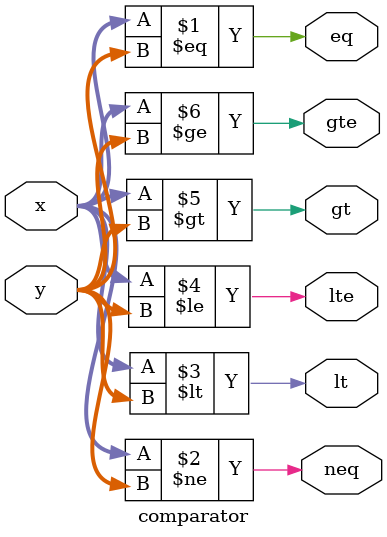
<source format=v>
`timescale 1ns / 1ps


module comparator
#(
    parameter WIDTH = 8
)
(
    input [WIDTH - 1:0] x,y,
    output eq, neq, lt, lte, gt, gte
);
    assign eq = (x == y);
    assign neq = (x != y);
    assign lt = (x < y);
    assign lte = (x <= y);
    assign gt = (x > y);
    assign gte = (x >= y); 
endmodule

</source>
